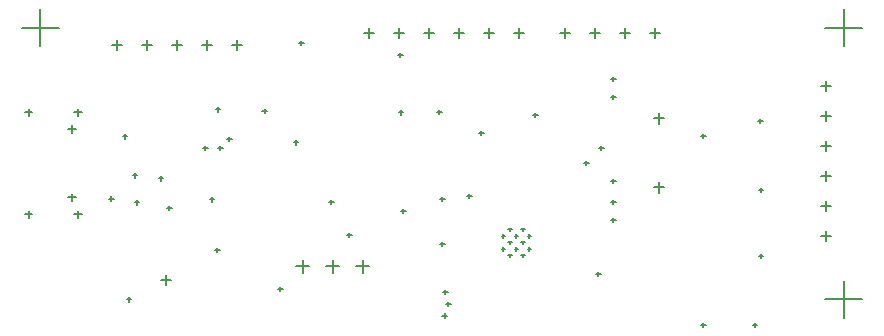
<source format=gbr>
%TF.GenerationSoftware,Altium Limited,Altium Designer,24.0.1 (36)*%
G04 Layer_Color=128*
%FSLAX45Y45*%
%MOMM*%
%TF.SameCoordinates,65C793CC-7C80-44E8-9821-AA658A2EEAB5*%
%TF.FilePolarity,Positive*%
%TF.FileFunction,Drillmap*%
%TF.Part,Single*%
G01*
G75*
%TA.AperFunction,NonConductor*%
%ADD49C,0.12700*%
D49*
X957500Y2500000D02*
X1042500D01*
X1000000Y2457500D02*
Y2542500D01*
X1973500Y2500000D02*
X2058500D01*
X2016000Y2457500D02*
Y2542500D01*
X1719500Y2500000D02*
X1804500D01*
X1762000Y2457500D02*
Y2542500D01*
X1465500Y2500000D02*
X1550500D01*
X1508000Y2457500D02*
Y2542500D01*
X1211500Y2500000D02*
X1296500D01*
X1254000Y2457500D02*
Y2542500D01*
X6957500Y2154000D02*
X7042500D01*
X7000000Y2111500D02*
Y2196500D01*
X6957500Y1900000D02*
X7042500D01*
X7000000Y1857500D02*
Y1942500D01*
X6957500Y884000D02*
X7042500D01*
X7000000Y841500D02*
Y926500D01*
X6957500Y1138000D02*
X7042500D01*
X7000000Y1095500D02*
Y1180500D01*
X6957500Y1392000D02*
X7042500D01*
X7000000Y1349500D02*
Y1434500D01*
X6957500Y1646000D02*
X7042500D01*
X7000000Y1603500D02*
Y1688500D01*
X3087500Y2600000D02*
X3172500D01*
X3130000Y2557500D02*
Y2642500D01*
X3341500Y2600000D02*
X3426500D01*
X3384000Y2557500D02*
Y2642500D01*
X4357500Y2600000D02*
X4442500D01*
X4400000Y2557500D02*
Y2642500D01*
X4103500Y2600000D02*
X4188500D01*
X4146000Y2557500D02*
Y2642500D01*
X3849500Y2600000D02*
X3934500D01*
X3892000Y2557500D02*
Y2642500D01*
X3595500Y2600000D02*
X3680500D01*
X3638000Y2557500D02*
Y2642500D01*
X6992500Y2650000D02*
X7307500D01*
X7150000Y2492500D02*
Y2807500D01*
X585500Y1789000D02*
X650500D01*
X618000Y1756500D02*
Y1821500D01*
X585500Y1211000D02*
X650500D01*
X618000Y1178500D02*
Y1243500D01*
X638000Y1068000D02*
X698000D01*
X668000Y1038000D02*
Y1098000D01*
X638000Y1932000D02*
X698000D01*
X668000Y1902000D02*
Y1962000D01*
X220000Y1068000D02*
X280000D01*
X250000Y1038000D02*
Y1098000D01*
X220000Y1932000D02*
X280000D01*
X250000Y1902000D02*
Y1962000D01*
X5511500Y2600000D02*
X5596500D01*
X5554000Y2557500D02*
Y2642500D01*
X5257500Y2600000D02*
X5342500D01*
X5300000Y2557500D02*
Y2642500D01*
X5003500Y2600000D02*
X5088500D01*
X5046000Y2557500D02*
Y2642500D01*
X4749500Y2600000D02*
X4834500D01*
X4792000Y2557500D02*
Y2642500D01*
X2767000Y627500D02*
X2882000D01*
X2824500Y570000D02*
Y685000D01*
X2513000Y627500D02*
X2628000D01*
X2570500Y570000D02*
Y685000D01*
X3021000Y627500D02*
X3136000D01*
X3078500Y570000D02*
Y685000D01*
X192500Y2650000D02*
X507500D01*
X350000Y2492500D02*
Y2807500D01*
X6992500Y350000D02*
X7307500D01*
X7150000Y192500D02*
Y507500D01*
X4474500Y885500D02*
X4504500D01*
X4489500Y870500D02*
Y900500D01*
X4364500Y885500D02*
X4394500D01*
X4379500Y870500D02*
Y900500D01*
X4419500Y940500D02*
X4449500D01*
X4434500Y925500D02*
Y955500D01*
X4309500Y940500D02*
X4339500D01*
X4324500Y925500D02*
Y955500D01*
X4419500Y830500D02*
X4449500D01*
X4434500Y815500D02*
Y845500D01*
X4474500Y775500D02*
X4504500D01*
X4489500Y760500D02*
Y790500D01*
X4364500Y775500D02*
X4394500D01*
X4379500Y760500D02*
Y790500D01*
X4309500Y830500D02*
X4339500D01*
X4324500Y815500D02*
Y845500D01*
X4419500Y720500D02*
X4449500D01*
X4434500Y705500D02*
Y735500D01*
X4254500Y885500D02*
X4284500D01*
X4269500Y870500D02*
Y900500D01*
X4254500Y775500D02*
X4284500D01*
X4269500Y760500D02*
Y790500D01*
X4309500Y720500D02*
X4339500D01*
X4324500Y705500D02*
Y735500D01*
X5545500Y1879600D02*
X5630500D01*
X5588000Y1837100D02*
Y1922100D01*
X5545500Y1295400D02*
X5630500D01*
X5588000Y1252900D02*
Y1337900D01*
X1783400Y1193800D02*
X1823400D01*
X1803400Y1173800D02*
Y1213800D01*
X2494600Y1676400D02*
X2534600D01*
X2514600Y1656400D02*
Y1696400D01*
X5941400Y1732400D02*
X5981400D01*
X5961400Y1712400D02*
Y1752400D01*
X2227900Y1943100D02*
X2267900D01*
X2247900Y1923100D02*
Y1963100D01*
X1834200Y1955800D02*
X1874200D01*
X1854200Y1935800D02*
Y1975800D01*
X3383600Y1930400D02*
X3423600D01*
X3403600Y1910400D02*
Y1950400D01*
X1046800Y1727200D02*
X1086800D01*
X1066800Y1707200D02*
Y1747200D01*
X1148400Y1168400D02*
X1188400D01*
X1168400Y1148400D02*
Y1188400D01*
X1351600Y1371600D02*
X1391600D01*
X1371600Y1351600D02*
Y1391600D01*
X1130000Y1400000D02*
X1170000D01*
X1150000Y1380000D02*
Y1420000D01*
X930000Y1200000D02*
X970000D01*
X950000Y1180000D02*
Y1220000D01*
X1420200Y1122800D02*
X1460200D01*
X1440200Y1102800D02*
Y1142800D01*
X1080000Y350000D02*
X1120000D01*
X1100000Y330000D02*
Y370000D01*
X2944200Y894200D02*
X2984200D01*
X2964200Y874200D02*
Y914200D01*
X2791800Y1173600D02*
X2831800D01*
X2811800Y1153600D02*
Y1193600D01*
X1725000Y1630800D02*
X1765000D01*
X1745000Y1610800D02*
Y1650800D01*
X3782400Y310000D02*
X3822400D01*
X3802400Y290000D02*
Y330000D01*
X2537800Y2519800D02*
X2577800D01*
X2557800Y2499800D02*
Y2539800D01*
X3376000Y2418200D02*
X3416000D01*
X3396000Y2398200D02*
Y2438200D01*
X3706200Y1935600D02*
X3746200D01*
X3726200Y1915600D02*
Y1955600D01*
X4061800Y1757800D02*
X4101800D01*
X4081800Y1737800D02*
Y1777800D01*
X5052400Y564000D02*
X5092400D01*
X5072400Y544000D02*
Y584000D01*
X5179400Y1351400D02*
X5219400D01*
X5199400Y1331400D02*
Y1371400D01*
X4950800Y1503800D02*
X4990800D01*
X4970800Y1483800D02*
Y1523800D01*
X4519000Y1910200D02*
X4559000D01*
X4539000Y1890200D02*
Y1930200D01*
X5179400Y1173600D02*
X5219400D01*
X5199400Y1153600D02*
Y1193600D01*
X5179400Y1021200D02*
X5219400D01*
X5199400Y1001200D02*
Y1041200D01*
X5179400Y2215000D02*
X5219400D01*
X5199400Y2195000D02*
Y2235000D01*
X5077800Y1630800D02*
X5117800D01*
X5097800Y1610800D02*
Y1650800D01*
X5179400Y2062600D02*
X5219400D01*
X5199400Y2042600D02*
Y2082600D01*
X3731600Y818000D02*
X3771600D01*
X3751600Y798000D02*
Y838000D01*
X3960200Y1224400D02*
X4000200D01*
X3980200Y1204400D02*
Y1244400D01*
X1826600Y767200D02*
X1866600D01*
X1846600Y747200D02*
Y787200D01*
X2360000Y437000D02*
X2400000D01*
X2380000Y417000D02*
Y457000D01*
X3754288Y210161D02*
X3794288D01*
X3774288Y190161D02*
Y230161D01*
X6424000Y1859400D02*
X6464000D01*
X6444000Y1839400D02*
Y1879400D01*
X6430000Y1275200D02*
X6470000D01*
X6450000Y1255200D02*
Y1295200D01*
X6430000Y716400D02*
X6470000D01*
X6450000Y696400D02*
Y736400D01*
X6380066Y132200D02*
X6420066D01*
X6400066Y112200D02*
Y152200D01*
X5941400Y132200D02*
X5981400D01*
X5961400Y112200D02*
Y152200D01*
X3731600Y1199000D02*
X3771600D01*
X3751600Y1179000D02*
Y1219000D01*
X3401400Y1097400D02*
X3441400D01*
X3421400Y1077400D02*
Y1117400D01*
X1852000Y1630800D02*
X1892000D01*
X1872000Y1610800D02*
Y1650800D01*
X1928200Y1707000D02*
X1968200D01*
X1948200Y1687000D02*
Y1727000D01*
X3757000Y411600D02*
X3797000D01*
X3777000Y391600D02*
Y431600D01*
X1372300Y513200D02*
X1457300D01*
X1414800Y470700D02*
Y555700D01*
%TF.MD5,8c3d4c8e247837826d3d8bf47122817e*%
M02*

</source>
